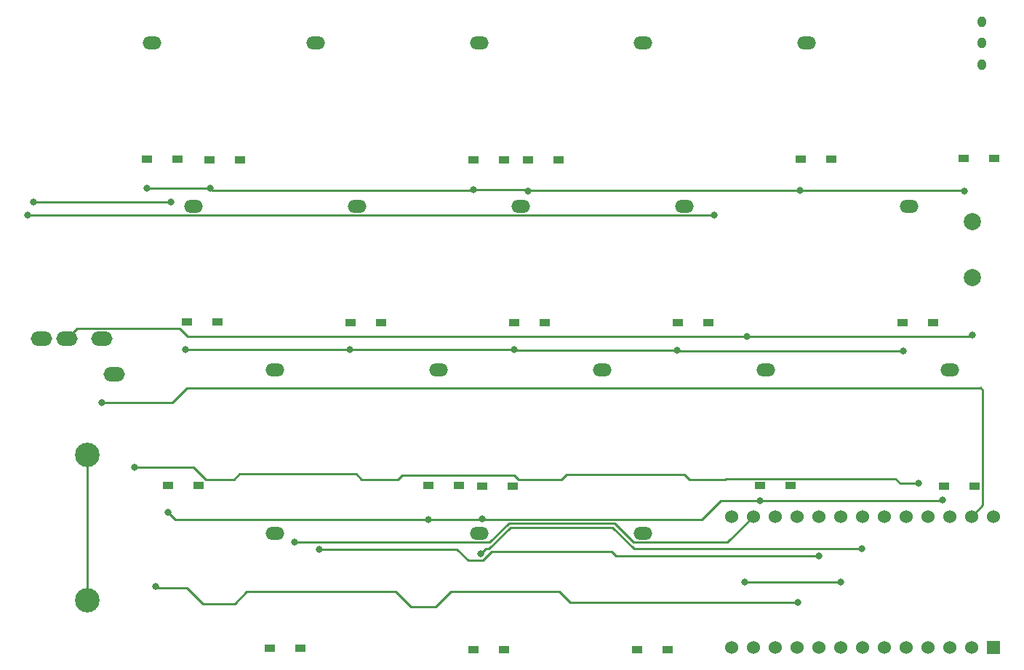
<source format=gbr>
%TF.GenerationSoftware,KiCad,Pcbnew,7.0.8*%
%TF.CreationDate,2024-11-17T17:07:27+09:00*%
%TF.ProjectId,cool937r,636f6f6c-3933-4377-922e-6b696361645f,rev?*%
%TF.SameCoordinates,Original*%
%TF.FileFunction,Copper,L1,Top*%
%TF.FilePolarity,Positive*%
%FSLAX46Y46*%
G04 Gerber Fmt 4.6, Leading zero omitted, Abs format (unit mm)*
G04 Created by KiCad (PCBNEW 7.0.8) date 2024-11-17 17:07:27*
%MOMM*%
%LPD*%
G01*
G04 APERTURE LIST*
%TA.AperFunction,ComponentPad*%
%ADD10O,2.200000X1.500000*%
%TD*%
%TA.AperFunction,ComponentPad*%
%ADD11O,2.500000X1.700000*%
%TD*%
%TA.AperFunction,SMDPad,CuDef*%
%ADD12R,1.300000X0.950000*%
%TD*%
%TA.AperFunction,ComponentPad*%
%ADD13O,1.000000X1.300000*%
%TD*%
%TA.AperFunction,ComponentPad*%
%ADD14C,2.000000*%
%TD*%
%TA.AperFunction,ComponentPad*%
%ADD15C,2.850000*%
%TD*%
%TA.AperFunction,ComponentPad*%
%ADD16C,1.524000*%
%TD*%
%TA.AperFunction,ComponentPad*%
%ADD17R,1.524000X1.524000*%
%TD*%
%TA.AperFunction,ViaPad*%
%ADD18C,0.800000*%
%TD*%
%TA.AperFunction,Conductor*%
%ADD19C,0.250000*%
%TD*%
G04 APERTURE END LIST*
D10*
%TO.P,SW38,*%
%TO.N,*%
X168550000Y-141590000D03*
%TD*%
D11*
%TO.P,J1,A*%
%TO.N,unconnected-(J1-PadA)*%
X107010000Y-123080000D03*
%TO.P,J1,B*%
%TO.N,data*%
X98510000Y-118880000D03*
%TO.P,J1,C*%
%TO.N,GND*%
X101510000Y-118880000D03*
%TO.P,J1,D*%
%TO.N,VCC*%
X105510000Y-118880000D03*
%TD*%
D12*
%TO.P,D10,1,K*%
%TO.N,row0*%
X205910000Y-97950000D03*
%TO.P,D10,2,A*%
%TO.N,Net-(D10-A)*%
X209460000Y-97950000D03*
%TD*%
%TO.P,D19,1,K*%
%TO.N,row1*%
X172575000Y-117030000D03*
%TO.P,D19,2,A*%
%TO.N,Net-(D19-A)*%
X176125000Y-117030000D03*
%TD*%
%TO.P,D17,1,K*%
%TO.N,row1*%
X134495000Y-117040000D03*
%TO.P,D17,2,A*%
%TO.N,Net-(D17-A)*%
X138045000Y-117040000D03*
%TD*%
D10*
%TO.P,SW6,*%
%TO.N,*%
X130455000Y-84440000D03*
%TD*%
D12*
%TO.P,D20,1,K*%
%TO.N,row1*%
X198775000Y-117050000D03*
%TO.P,D20,2,A*%
%TO.N,Net-(D20-A)*%
X202325000Y-117050000D03*
%TD*%
D10*
%TO.P,SW9,*%
%TO.N,*%
X187605000Y-84440000D03*
%TD*%
D12*
%TO.P,D6,1,K*%
%TO.N,row0*%
X118115000Y-98110000D03*
%TO.P,D6,2,A*%
%TO.N,Net-(D6-A)*%
X121665000Y-98110000D03*
%TD*%
D13*
%TO.P,SW42,1,1*%
%TO.N,Net-(U2-BAT)*%
X208000000Y-81960000D03*
%TO.P,SW42,2,2*%
%TO.N,BAT+*%
X208000000Y-84460000D03*
%TO.P,SW42,3*%
%TO.N,N/C*%
X208000000Y-86960000D03*
%TD*%
D10*
%TO.P,SW37,*%
%TO.N,*%
X149500000Y-141590000D03*
%TD*%
%TO.P,SW7,*%
%TO.N,*%
X149505000Y-84440000D03*
%TD*%
%TO.P,SW36,*%
%TO.N,*%
X125700000Y-141590000D03*
%TD*%
D12*
%TO.P,D26,1,K*%
%TO.N,row2*%
X113215000Y-136050000D03*
%TO.P,D26,2,A*%
%TO.N,Net-(D26-A)*%
X116765000Y-136050000D03*
%TD*%
D14*
%TO.P,SW41,1,1*%
%TO.N,Net-(U2-BOOT(RST))*%
X206910000Y-105270000D03*
%TO.P,SW41,2,2*%
%TO.N,GND*%
X206910000Y-111770000D03*
%TD*%
D12*
%TO.P,D18,1,K*%
%TO.N,row1*%
X153545000Y-117030000D03*
%TO.P,D18,2,A*%
%TO.N,Net-(D18-A)*%
X157095000Y-117030000D03*
%TD*%
D10*
%TO.P,SW20,*%
%TO.N,*%
X199520000Y-103500000D03*
%TD*%
%TO.P,SW26,*%
%TO.N,*%
X125700000Y-122550000D03*
%TD*%
D12*
%TO.P,D35,1,K*%
%TO.N,row0*%
X110815000Y-98020000D03*
%TO.P,D35,2,A*%
%TO.N,Net-(D35-A)*%
X114365000Y-98020000D03*
%TD*%
D10*
%TO.P,SW19,*%
%TO.N,*%
X173320000Y-103490000D03*
%TD*%
D12*
%TO.P,D29,1,K*%
%TO.N,row2*%
X182165000Y-136060000D03*
%TO.P,D29,2,A*%
%TO.N,Net-(D29-A)*%
X185715000Y-136060000D03*
%TD*%
%TO.P,D38,1,K*%
%TO.N,row3*%
X167885000Y-155190000D03*
%TO.P,D38,2,A*%
%TO.N,Net-(D38-A)*%
X171435000Y-155190000D03*
%TD*%
%TO.P,D9,1,K*%
%TO.N,row0*%
X186940000Y-98020000D03*
%TO.P,D9,2,A*%
%TO.N,Net-(D9-A)*%
X190490000Y-98020000D03*
%TD*%
%TO.P,D8,1,K*%
%TO.N,row0*%
X155145000Y-98060000D03*
%TO.P,D8,2,A*%
%TO.N,Net-(D8-A)*%
X158695000Y-98060000D03*
%TD*%
%TO.P,D27,1,K*%
%TO.N,row2*%
X143540000Y-136010000D03*
%TO.P,D27,2,A*%
%TO.N,Net-(D27-A)*%
X147090000Y-136010000D03*
%TD*%
D10*
%TO.P,SW27,*%
%TO.N,*%
X144750000Y-122550000D03*
%TD*%
D12*
%TO.P,D36,1,K*%
%TO.N,row3*%
X125115000Y-155000000D03*
%TO.P,D36,2,A*%
%TO.N,Net-(D36-A)*%
X128665000Y-155000000D03*
%TD*%
D10*
%TO.P,SW16,*%
%TO.N,*%
X116170000Y-103490000D03*
%TD*%
D12*
%TO.P,D16,1,K*%
%TO.N,row1*%
X115425000Y-117010000D03*
%TO.P,D16,2,A*%
%TO.N,Net-(D16-A)*%
X118975000Y-117010000D03*
%TD*%
%TO.P,D37,1,K*%
%TO.N,row3*%
X148825000Y-155190000D03*
%TO.P,D37,2,A*%
%TO.N,Net-(D37-A)*%
X152375000Y-155190000D03*
%TD*%
%TO.P,D30,1,K*%
%TO.N,row2*%
X203585000Y-136130000D03*
%TO.P,D30,2,A*%
%TO.N,Net-(D30-A)*%
X207135000Y-136130000D03*
%TD*%
D10*
%TO.P,SW29,*%
%TO.N,*%
X182850000Y-122550000D03*
%TD*%
%TO.P,SW8,*%
%TO.N,*%
X168555000Y-84440000D03*
%TD*%
%TO.P,SW30,*%
%TO.N,*%
X204270000Y-122530000D03*
%TD*%
%TO.P,SW35,*%
%TO.N,*%
X111410000Y-84460000D03*
%TD*%
%TO.P,SW18,*%
%TO.N,*%
X154270000Y-103490000D03*
%TD*%
D12*
%TO.P,D28,1,K*%
%TO.N,row2*%
X149805000Y-136120000D03*
%TO.P,D28,2,A*%
%TO.N,Net-(D28-A)*%
X153355000Y-136120000D03*
%TD*%
D10*
%TO.P,SW28,*%
%TO.N,*%
X163800000Y-122550000D03*
%TD*%
D12*
%TO.P,D7,1,K*%
%TO.N,row0*%
X148840000Y-98080000D03*
%TO.P,D7,2,A*%
%TO.N,Net-(D7-A)*%
X152390000Y-98080000D03*
%TD*%
D10*
%TO.P,SW17,*%
%TO.N,*%
X135220000Y-103490000D03*
%TD*%
D15*
%TO.P,BT1,1,+*%
%TO.N,BAT+*%
X103830000Y-132460000D03*
X103830000Y-149360000D03*
%TD*%
D16*
%TO.P,U2,1,PIN1*%
%TO.N,data*%
X206790000Y-139640000D03*
%TO.P,U2,2,PIN2*%
%TO.N,unconnected-(U2-PIN2-Pad2)*%
X204250000Y-139640000D03*
%TO.P,U2,3,GND*%
%TO.N,GND*%
X201710000Y-139640000D03*
%TO.P,U2,4,GND*%
X199170000Y-139640000D03*
%TO.P,U2,5,PIN5*%
%TO.N,row0*%
X196630000Y-139640000D03*
%TO.P,U2,6,PIN6*%
%TO.N,row1*%
X194090000Y-139640000D03*
%TO.P,U2,7,PIN7*%
%TO.N,unconnected-(U2-PIN7-Pad7)*%
X191550000Y-139640000D03*
%TO.P,U2,8,PIN8*%
%TO.N,unconnected-(U2-PIN8-Pad8)*%
X189010000Y-139640000D03*
%TO.P,U2,9,PIN9*%
%TO.N,unconnected-(U2-PIN9-Pad9)*%
X186470000Y-139640000D03*
%TO.P,U2,10,PIN10*%
%TO.N,unconnected-(U2-PIN10-Pad10)*%
X183930000Y-139640000D03*
%TO.P,U2,11,PIN11*%
%TO.N,col4*%
X181390000Y-139640000D03*
%TO.P,U2,12,PIN12*%
%TO.N,unconnected-(U2-PIN12-Pad12)*%
X178850000Y-139640000D03*
%TO.P,U2,13,PIN13*%
%TO.N,unconnected-(U2-PIN13-Pad13)*%
X178850000Y-154860000D03*
%TO.P,U2,14,PIN14*%
%TO.N,row3*%
X181390000Y-154860000D03*
%TO.P,U2,15,PIN15*%
%TO.N,row2*%
X183930000Y-154860000D03*
%TO.P,U2,16,PIN16*%
%TO.N,col5*%
X186470000Y-154860000D03*
%TO.P,U2,17,PIN17*%
%TO.N,col6*%
X189010000Y-154860000D03*
%TO.P,U2,18,PIN18*%
%TO.N,col8*%
X191550000Y-154860000D03*
%TO.P,U2,19,PIN19*%
%TO.N,col7*%
X194090000Y-154860000D03*
%TO.P,U2,20,PIN20*%
%TO.N,col9*%
X196630000Y-154860000D03*
%TO.P,U2,21,+4.3V*%
%TO.N,unconnected-(U2-+4.3V-Pad21)*%
X199170000Y-154860000D03*
%TO.P,U2,22,BOOT(RST)*%
%TO.N,Net-(U2-BOOT(RST))*%
X201710000Y-154860000D03*
%TO.P,U2,23,GND*%
%TO.N,GND*%
X204250000Y-154860000D03*
%TO.P,U2,24,+5V*%
%TO.N,VCC*%
X206790000Y-154860000D03*
D17*
%TO.P,U2,25,BAT*%
%TO.N,Net-(U2-BAT)*%
X209330000Y-154860000D03*
D16*
%TO.P,U2,26*%
%TO.N,N/C*%
X209330000Y-139640000D03*
%TD*%
D18*
%TO.N,BAT+*%
X96930000Y-104510000D03*
X176860000Y-104510000D03*
%TO.N,GND*%
X206910000Y-118490000D03*
X180640000Y-118690000D03*
%TO.N,row0*%
X186800000Y-101630000D03*
X110800000Y-101360000D03*
X205980000Y-101730000D03*
X155190000Y-101720000D03*
X148810000Y-101540000D03*
X118140000Y-101360000D03*
%TO.N,row1*%
X115320000Y-120150000D03*
X198860000Y-120390000D03*
X153540000Y-120220000D03*
X134440000Y-120190000D03*
X172550000Y-120250000D03*
%TO.N,row2*%
X113250000Y-139140000D03*
X182160000Y-137800000D03*
X143570000Y-140000000D03*
X149840000Y-139950000D03*
X203430000Y-137740000D03*
%TO.N,col4*%
X97570000Y-103010000D03*
X113560000Y-103020000D03*
X127980000Y-142590000D03*
%TO.N,col5*%
X111850000Y-147790000D03*
X186560000Y-149670000D03*
%TO.N,col6*%
X189050000Y-144220000D03*
X130900000Y-143430000D03*
%TO.N,col7*%
X149670000Y-143960000D03*
X194010000Y-143400000D03*
%TO.N,col8*%
X180370000Y-147280000D03*
X191530000Y-147290000D03*
%TO.N,VCC*%
X109370000Y-133880000D03*
X200590000Y-135800000D03*
%TO.N,data*%
X105540000Y-126340000D03*
%TD*%
D19*
%TO.N,BAT+*%
X176805000Y-104565000D02*
X176860000Y-104510000D01*
X103830000Y-149360000D02*
X103830000Y-132460000D01*
X96930000Y-104510000D02*
X96985000Y-104565000D01*
X96985000Y-104565000D02*
X176805000Y-104565000D01*
%TO.N,GND*%
X206710000Y-118690000D02*
X206910000Y-118490000D01*
X115520380Y-118690000D02*
X114585380Y-117755000D01*
X114585380Y-117755000D02*
X102635000Y-117755000D01*
X180640000Y-118690000D02*
X206710000Y-118690000D01*
X102635000Y-117755000D02*
X101510000Y-118880000D01*
X180640000Y-118690000D02*
X115520380Y-118690000D01*
%TO.N,row0*%
X155190000Y-101720000D02*
X155277271Y-101632729D01*
X118140000Y-101360000D02*
X118412729Y-101632729D01*
X186800000Y-101630000D02*
X205880000Y-101630000D01*
X110800000Y-101360000D02*
X118140000Y-101360000D01*
X148717271Y-101632729D02*
X148810000Y-101540000D01*
X186797271Y-101632729D02*
X186800000Y-101630000D01*
X155277271Y-101632729D02*
X186797271Y-101632729D01*
X148810000Y-101540000D02*
X155010000Y-101540000D01*
X155010000Y-101540000D02*
X155190000Y-101720000D01*
X118412729Y-101632729D02*
X148717271Y-101632729D01*
X205880000Y-101630000D02*
X205980000Y-101730000D01*
%TO.N,row1*%
X134440000Y-120190000D02*
X115360000Y-120190000D01*
X153570000Y-120250000D02*
X153540000Y-120220000D01*
X198860000Y-120390000D02*
X172690000Y-120390000D01*
X134470000Y-120220000D02*
X134440000Y-120190000D01*
X153540000Y-120220000D02*
X134470000Y-120220000D01*
X172690000Y-120390000D02*
X172550000Y-120250000D01*
X115360000Y-120190000D02*
X115320000Y-120150000D01*
X172550000Y-120250000D02*
X153570000Y-120250000D01*
%TO.N,row2*%
X203370000Y-137800000D02*
X203430000Y-137740000D01*
X149790000Y-140000000D02*
X149840000Y-139950000D01*
X149892729Y-140002729D02*
X175397271Y-140002729D01*
X143567271Y-140002729D02*
X143570000Y-140000000D01*
X143570000Y-140000000D02*
X149790000Y-140000000D01*
X175397271Y-140002729D02*
X177600000Y-137800000D01*
X113250000Y-139140000D02*
X114112729Y-140002729D01*
X114112729Y-140002729D02*
X143567271Y-140002729D01*
X149840000Y-139950000D02*
X149892729Y-140002729D01*
X177600000Y-137800000D02*
X182160000Y-137800000D01*
X182160000Y-137800000D02*
X203370000Y-137800000D01*
%TO.N,col4*%
X181390000Y-139640000D02*
X178365000Y-142665000D01*
X167415000Y-142665000D02*
X165202729Y-140452729D01*
X113560000Y-103020000D02*
X97580000Y-103020000D01*
X178365000Y-142665000D02*
X167415000Y-142665000D01*
X165202729Y-140452729D02*
X152922271Y-140452729D01*
X152922271Y-140452729D02*
X150710000Y-142665000D01*
X128055000Y-142665000D02*
X127980000Y-142590000D01*
X150710000Y-142665000D02*
X128055000Y-142665000D01*
X97580000Y-103020000D02*
X97570000Y-103010000D01*
%TO.N,col5*%
X141491650Y-150180000D02*
X139726650Y-148415000D01*
X120995864Y-149810000D02*
X117321650Y-149810000D01*
X122390864Y-148415000D02*
X120995864Y-149810000D01*
X111975000Y-147915000D02*
X111850000Y-147790000D01*
X115426650Y-147915000D02*
X111975000Y-147915000D01*
X146195000Y-148415000D02*
X144430000Y-150180000D01*
X139726650Y-148415000D02*
X122390864Y-148415000D01*
X158776650Y-148415000D02*
X146195000Y-148415000D01*
X117321650Y-149810000D02*
X115426650Y-147915000D01*
X144430000Y-150180000D02*
X141491650Y-150180000D01*
X186560000Y-149670000D02*
X160031650Y-149670000D01*
X160031650Y-149670000D02*
X158776650Y-148415000D01*
%TO.N,col6*%
X164875000Y-143715000D02*
X165380000Y-144220000D01*
X146885000Y-143430000D02*
X130900000Y-143430000D01*
X189050000Y-144220000D02*
X165380000Y-144220000D01*
X150940305Y-143715000D02*
X149935305Y-144720000D01*
X149935305Y-144720000D02*
X148175000Y-144720000D01*
X164875000Y-143715000D02*
X150940305Y-143715000D01*
X148175000Y-144720000D02*
X146885000Y-143430000D01*
%TO.N,col7*%
X150611396Y-143400000D02*
X150230000Y-143400000D01*
X194010000Y-143400000D02*
X167513604Y-143400000D01*
X167513604Y-143400000D02*
X165016333Y-140902729D01*
X153108667Y-140902729D02*
X150611396Y-143400000D01*
X150230000Y-143400000D02*
X149670000Y-143960000D01*
X165016333Y-140902729D02*
X153108667Y-140902729D01*
%TO.N,col8*%
X191520000Y-147280000D02*
X191530000Y-147290000D01*
X180370000Y-147280000D02*
X191520000Y-147280000D01*
%TO.N,VCC*%
X200590000Y-135800000D02*
X198470000Y-135800000D01*
X178076650Y-135325000D02*
X173935000Y-135325000D01*
X117624620Y-135325000D02*
X116179620Y-133880000D01*
X120926650Y-135325000D02*
X117624620Y-135325000D01*
X159622727Y-134737273D02*
X159035000Y-135325000D01*
X116179620Y-133880000D02*
X109370000Y-133880000D01*
X173935000Y-135325000D02*
X173347273Y-134737273D01*
X140481650Y-134820000D02*
X139976650Y-135325000D01*
X135800133Y-135325000D02*
X135175133Y-134700000D01*
X153560000Y-134820000D02*
X140481650Y-134820000D01*
X135175133Y-134700000D02*
X121551650Y-134700000D01*
X159035000Y-135325000D02*
X154065000Y-135325000D01*
X178161650Y-135240000D02*
X178076650Y-135325000D01*
X197910000Y-135240000D02*
X178161650Y-135240000D01*
X121551650Y-134700000D02*
X120926650Y-135325000D01*
X198470000Y-135800000D02*
X197910000Y-135240000D01*
X154065000Y-135325000D02*
X153560000Y-134820000D01*
X139976650Y-135325000D02*
X135800133Y-135325000D01*
X173347273Y-134737273D02*
X159622727Y-134737273D01*
%TO.N,data*%
X207840000Y-124630000D02*
X208110000Y-124900000D01*
X207815000Y-124655000D02*
X207840000Y-124630000D01*
X115440000Y-124655000D02*
X207815000Y-124655000D01*
X105540000Y-126340000D02*
X105560000Y-126360000D01*
X105560000Y-126360000D02*
X113735000Y-126360000D01*
X208110000Y-138320000D02*
X206790000Y-139640000D01*
X208110000Y-124900000D02*
X208110000Y-138320000D01*
X113735000Y-126360000D02*
X115440000Y-124655000D01*
%TD*%
M02*

</source>
